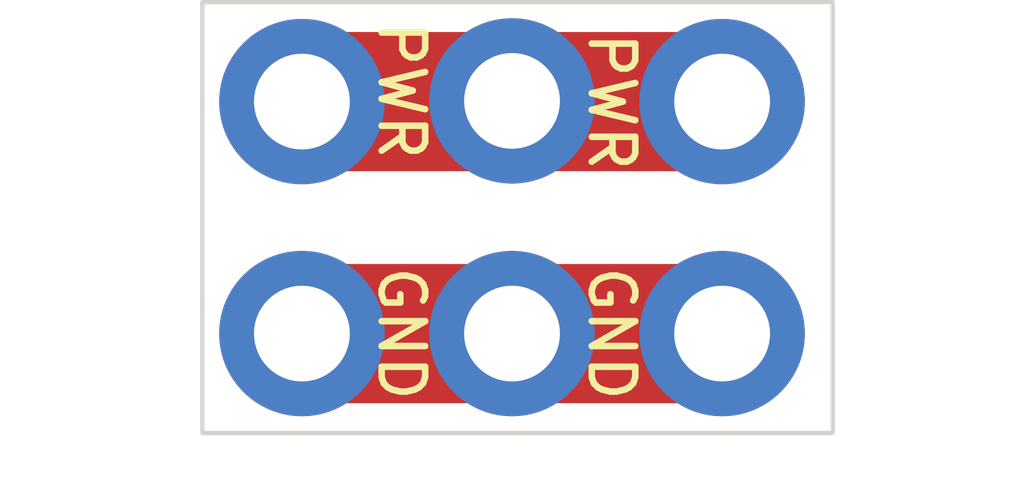
<source format=kicad_pcb>
(kicad_pcb (version 20211014) (generator pcbnew)
  (layers (0 "F.Cu" signal) (31 "B.Cu" signal) (34 "B.Paste" user) (35 "F.Paste" user) (36 "B.SilkS" user "B.Silkscreen") (37 "F.SilkS" user "F.Silkscreen") (38 "B.Mask" user) (39 "F.Mask" user) (44 "Edge.Cuts" user))
  (net 0 "")
  (net 1 "GND")
  (net 2 "+12V")
  (footprint "MountingHole:MountingHole_2.2mm_M2_ISO14580_Pad_TopBottom" (layer "F.Cu") (at 140.208 65.278)
    (fp_text reference "H5" hide)
    (fp_text value "MountingHole_Pad")
    (pad "1" connect circle locked (at 0 0) (size 3.8 3.8) (layers "F.Cu" "F.Mask") (net 1 "GND"))
    (pad "1" thru_hole circle locked (at 0 0) (size 2.6 2.6) (drill 2.2) (layers *.Cu *.Mask) (net 1 "GND"))
    (pad "1" connect circle locked (at 0 0) (size 3.8 3.8) (layers "B.Cu" "B.Mask") (net 1 "GND"))
  )
  (footprint "MountingHole:MountingHole_2.2mm_M2_ISO14580_Pad_TopBottom" (layer "F.Cu") (at 145.034 59.928)
    (fp_text reference "H1" hide)
    (fp_text value "MountingHole_Pad")
    (pad "1" connect circle locked (at 0 0) (size 3.8 3.8) (layers "B.Cu" "B.Mask") (net 2 "+12V"))
    (pad "1" thru_hole circle locked (at 0 0) (size 2.6 2.6) (drill 2.2) (layers *.Cu *.Mask) (net 2 "+12V"))
    (pad "1" connect circle locked (at 0 0) (size 3.8 3.8) (layers "F.Cu" "F.Mask") (net 2 "+12V"))
  )
  (footprint "MountingHole:MountingHole_2.2mm_M2_ISO14580_Pad_TopBottom" (layer "F.Cu") (at 149.86 65.278)
    (fp_text reference "H4" hide)
    (fp_text value "MountingHole_Pad")
    (pad "1" connect circle locked (at 0 0) (size 3.8 3.8) (layers "B.Cu" "B.Mask") (net 1 "GND"))
    (pad "1" connect circle locked (at 0 0) (size 3.8 3.8) (layers "F.Cu" "F.Mask") (net 1 "GND"))
    (pad "1" thru_hole circle locked (at 0 0) (size 2.6 2.6) (drill 2.2) (layers *.Cu *.Mask) (net 1 "GND"))
  )
  (footprint "MountingHole:MountingHole_2.2mm_M2_ISO14580_Pad_TopBottom" (layer "F.Cu") (at 145.034 65.278)
    (fp_text reference "H6" hide)
    (fp_text value "MountingHole_Pad")
    (pad "1" connect circle locked (at 0 0) (size 3.8 3.8) (layers "F.Cu" "F.Mask") (net 1 "GND"))
    (pad "1" thru_hole circle locked (at 0 0) (size 2.6 2.6) (drill 2.2) (layers *.Cu *.Mask) (net 1 "GND"))
    (pad "1" connect circle locked (at 0 0) (size 3.8 3.8) (layers "B.Cu" "B.Mask") (net 1 "GND"))
  )
  (footprint "MountingHole:MountingHole_2.2mm_M2_ISO14580_Pad_TopBottom" (layer "F.Cu") (at 149.86 59.944)
    (fp_text reference "H3" hide)
    (fp_text value "MountingHole_Pad")
    (pad "1" connect circle locked (at 0 0) (size 3.8 3.8) (layers "F.Cu" "F.Mask") (net 2 "+12V"))
    (pad "1" thru_hole circle locked (at 0 0) (size 2.6 2.6) (drill 2.2) (layers *.Cu *.Mask) (net 2 "+12V"))
    (pad "1" connect circle locked (at 0 0) (size 3.8 3.8) (layers "B.Cu" "B.Mask") (net 2 "+12V"))
  )
  (footprint "MountingHole:MountingHole_2.2mm_M2_ISO14580_Pad_TopBottom" (layer "F.Cu") (at 140.208 59.944)
    (fp_text reference "H2" hide)
    (fp_text value "MountingHole_Pad")
    (pad "1" connect circle locked (at 0 0) (size 3.8 3.8) (layers "B.Cu" "B.Mask") (net 2 "+12V"))
    (pad "1" thru_hole circle locked (at 0 0) (size 2.6 2.6) (drill 2.2) (layers *.Cu *.Mask) (net 2 "+12V"))
    (pad "1" connect circle locked (at 0 0) (size 3.8 3.8) (layers "F.Cu" "F.Mask") (net 2 "+12V"))
  )
  (gr_rect (start 137.922 57.658) (end 152.4 67.564) (layer "Edge.Cuts") (width 0.1) (fill none))
  (gr_text "GND" (at 142.494 65.278 270) (layer "F.SilkS") (effects (font (size 1 1))))
  (gr_text "PWR" (at 147.32 59.944 270) (layer "F.SilkS") (effects (font (size 1 1))))
  (gr_text "GND" (at 147.32 65.278 270) (layer "F.SilkS") (effects (font (size 1 1))))
  (gr_text "PWR" (at 142.494 59.69 270) (layer "F.SilkS") (effects (font (size 1 1))))
  (segment (start 140.208 65.278) (end 149.86 65.278) (width 3.2) (layer "F.Cu") (net 1))
  (segment (start 140.208 59.944) (end 149.86 59.944) (width 3.2) (layer "F.Cu") (net 2))
)
</source>
